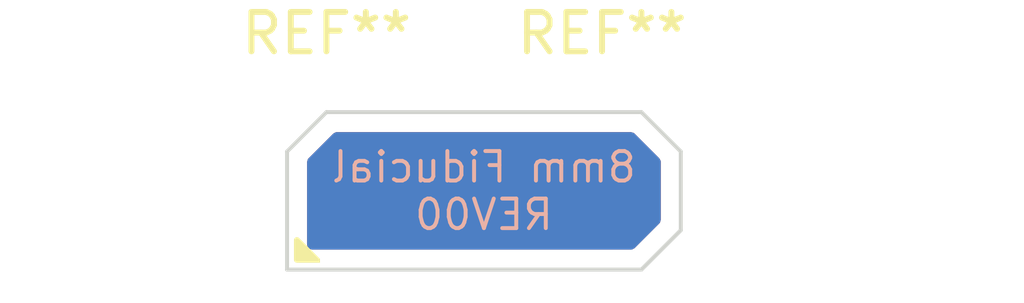
<source format=kicad_pcb>
(kicad_pcb (version 20211014) (generator pcbnew)
  (layers (0 "F.Cu" signal) (31 "B.Cu" signal) (34 "B.Paste" user) (35 "F.Paste" user) (36 "B.SilkS" user "B.Silkscreen") (37 "F.SilkS" user "F.Silkscreen") (38 "B.Mask" user) (39 "F.Mask" user) (44 "Edge.Cuts" user))
  (net 0 "")
  (footprint "Fiducial:Fiducial_1mm_Mask2mm" (layer "F.Cu") (at 2 -2)
    (fp_text reference "REF**" (at -1 -4) (layer "F.SilkS"))
    (fp_text value "Fiducial_1mm_Mask2mm")
    (pad "" smd circle (at 0 0) (size 1 1) (layers "F.Cu" "F.Mask") (clearance 0.5))
  )
  (footprint "Fiducial:Fiducial_0.5mm_Mask1.5mm" (layer "F.Cu") (at 8 -2)
    (fp_text reference "REF**" (at 0 -4) (layer "F.SilkS"))
    (fp_text value "Fiducial_0.5mm_Mask1.5mm")
    (pad "" smd circle (at 0 0) (size 0.5 0.5) (layers "F.Cu" "F.Mask") (clearance 0.5))
  )
  (gr_poly (pts (xy 0.75 -0.25) (xy 0.25 -0.25) (xy 0.25 -0.75)) (layer "F.SilkS") (width 0.15) (fill solid))
  (gr_line (start 0 0) (end 9 0) (layer "Edge.Cuts") (width 0.1))
  (gr_line (start 9 0) (end 10 -1) (layer "Edge.Cuts") (width 0.1))
  (gr_line (start 10 -3) (end 9 -4) (layer "Edge.Cuts") (width 0.1))
  (gr_line (start 0 -3) (end 0 0) (layer "Edge.Cuts") (width 0.1))
  (gr_line (start 9 -4) (end 1 -4) (layer "Edge.Cuts") (width 0.1))
  (gr_line (start 10 -1) (end 10 -3) (layer "Edge.Cuts") (width 0.1))
  (gr_line (start 0 -3) (end 1 -4) (layer "Edge.Cuts") (width 0.1))
  (gr_text "8mm Fiducial\nREV00" (at 5 -2) (layer "B.SilkS") (effects (font (size 0.75 0.75) (thickness 0.1)) (justify mirror)))
  (zone (net 0) (net_name "") (layers F&B.Cu) (connect_pads (clearance 0.508)) (min_thickness 0.254) (fill yes (thermal_gap 0.508) (thermal_bridge_width 0.508))
    (polygon (pts (xy 10.5 0.5) (xy -0.5 0.5) (xy -0.5 -4.5) (xy 10.5 -4.5)))
  )
)
</source>
